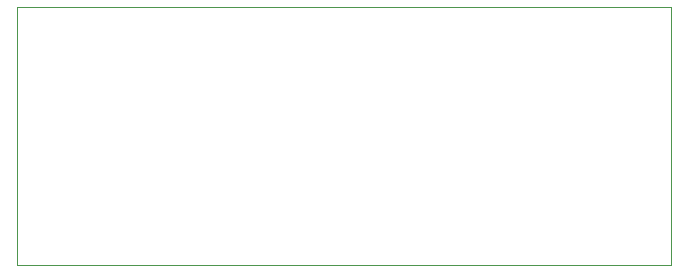
<source format=gbr>
G04 (created by PCBNEW (2013-jul-07)-stable) date Thu 14 Aug 2014 04:05:27 PM EDT*
%MOIN*%
G04 Gerber Fmt 3.4, Leading zero omitted, Abs format*
%FSLAX34Y34*%
G01*
G70*
G90*
G04 APERTURE LIST*
%ADD10C,0.00590551*%
%ADD11C,0.00393701*%
G04 APERTURE END LIST*
G54D10*
G54D11*
X80800Y-49600D02*
X80800Y-58200D01*
X102600Y-49600D02*
X80800Y-49600D01*
X102600Y-58200D02*
X102600Y-49600D01*
X80800Y-58200D02*
X102600Y-58200D01*
M02*

</source>
